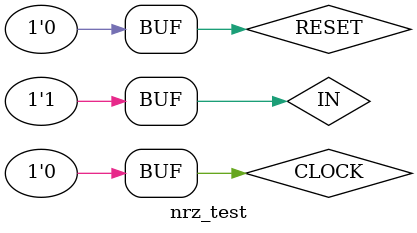
<source format=v>
module nrz_test();
reg IN,CLOCK,RESET;
wire OUT;
nrztomanchester M1(OUT,IN,CLOCK,RESET);
initial
begin
CLOCK=1'b0;
repeat(50) #5 CLOCK=~CLOCK;
end
initial 
begin 
RESET=1'b0;
#7 RESET=1'b1;
#3 RESET=1'b0;
end
initial
begin
IN=1'b1;
repeat(20) #6 IN=~IN; 
end
endmodule







</source>
